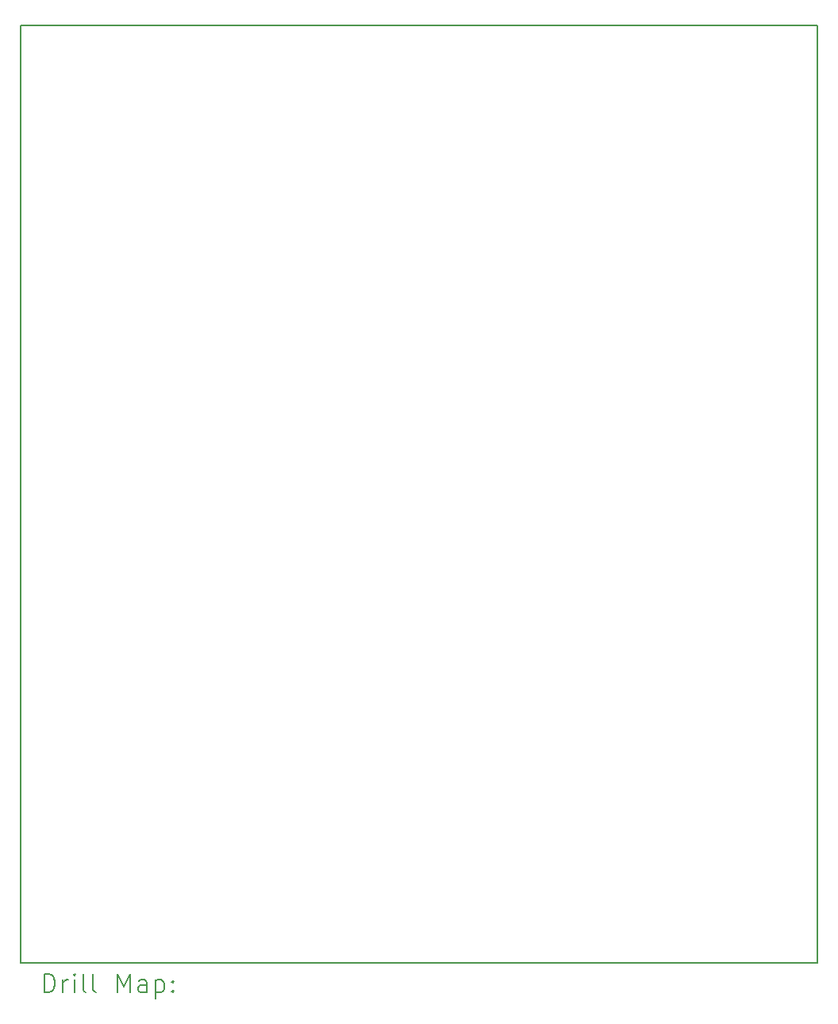
<source format=gbr>
%TF.GenerationSoftware,KiCad,Pcbnew,(6.0.7)*%
%TF.CreationDate,2022-12-13T13:42:50-06:00*%
%TF.ProjectId,Narwal_v1,4e617277-616c-45f7-9631-2e6b69636164,1*%
%TF.SameCoordinates,Original*%
%TF.FileFunction,Drillmap*%
%TF.FilePolarity,Positive*%
%FSLAX45Y45*%
G04 Gerber Fmt 4.5, Leading zero omitted, Abs format (unit mm)*
G04 Created by KiCad (PCBNEW (6.0.7)) date 2022-12-13 13:42:50*
%MOMM*%
%LPD*%
G01*
G04 APERTURE LIST*
%ADD10C,0.160000*%
%ADD11C,0.200000*%
G04 APERTURE END LIST*
D10*
X10000000Y-5000000D02*
X18500000Y-5000000D01*
X18500000Y-5000000D02*
X18500000Y-15000000D01*
X18500000Y-15000000D02*
X10000000Y-15000000D01*
X10000000Y-15000000D02*
X10000000Y-5000000D01*
D11*
X10249619Y-15318476D02*
X10249619Y-15118476D01*
X10297238Y-15118476D01*
X10325810Y-15128000D01*
X10344857Y-15147048D01*
X10354381Y-15166095D01*
X10363905Y-15204190D01*
X10363905Y-15232762D01*
X10354381Y-15270857D01*
X10344857Y-15289905D01*
X10325810Y-15308952D01*
X10297238Y-15318476D01*
X10249619Y-15318476D01*
X10449619Y-15318476D02*
X10449619Y-15185143D01*
X10449619Y-15223238D02*
X10459143Y-15204190D01*
X10468667Y-15194667D01*
X10487714Y-15185143D01*
X10506762Y-15185143D01*
X10573429Y-15318476D02*
X10573429Y-15185143D01*
X10573429Y-15118476D02*
X10563905Y-15128000D01*
X10573429Y-15137524D01*
X10582952Y-15128000D01*
X10573429Y-15118476D01*
X10573429Y-15137524D01*
X10697238Y-15318476D02*
X10678190Y-15308952D01*
X10668667Y-15289905D01*
X10668667Y-15118476D01*
X10802000Y-15318476D02*
X10782952Y-15308952D01*
X10773429Y-15289905D01*
X10773429Y-15118476D01*
X11030571Y-15318476D02*
X11030571Y-15118476D01*
X11097238Y-15261333D01*
X11163905Y-15118476D01*
X11163905Y-15318476D01*
X11344857Y-15318476D02*
X11344857Y-15213714D01*
X11335333Y-15194667D01*
X11316286Y-15185143D01*
X11278190Y-15185143D01*
X11259143Y-15194667D01*
X11344857Y-15308952D02*
X11325809Y-15318476D01*
X11278190Y-15318476D01*
X11259143Y-15308952D01*
X11249619Y-15289905D01*
X11249619Y-15270857D01*
X11259143Y-15251809D01*
X11278190Y-15242286D01*
X11325809Y-15242286D01*
X11344857Y-15232762D01*
X11440095Y-15185143D02*
X11440095Y-15385143D01*
X11440095Y-15194667D02*
X11459143Y-15185143D01*
X11497238Y-15185143D01*
X11516286Y-15194667D01*
X11525809Y-15204190D01*
X11535333Y-15223238D01*
X11535333Y-15280381D01*
X11525809Y-15299428D01*
X11516286Y-15308952D01*
X11497238Y-15318476D01*
X11459143Y-15318476D01*
X11440095Y-15308952D01*
X11621048Y-15299428D02*
X11630571Y-15308952D01*
X11621048Y-15318476D01*
X11611524Y-15308952D01*
X11621048Y-15299428D01*
X11621048Y-15318476D01*
X11621048Y-15194667D02*
X11630571Y-15204190D01*
X11621048Y-15213714D01*
X11611524Y-15204190D01*
X11621048Y-15194667D01*
X11621048Y-15213714D01*
M02*

</source>
